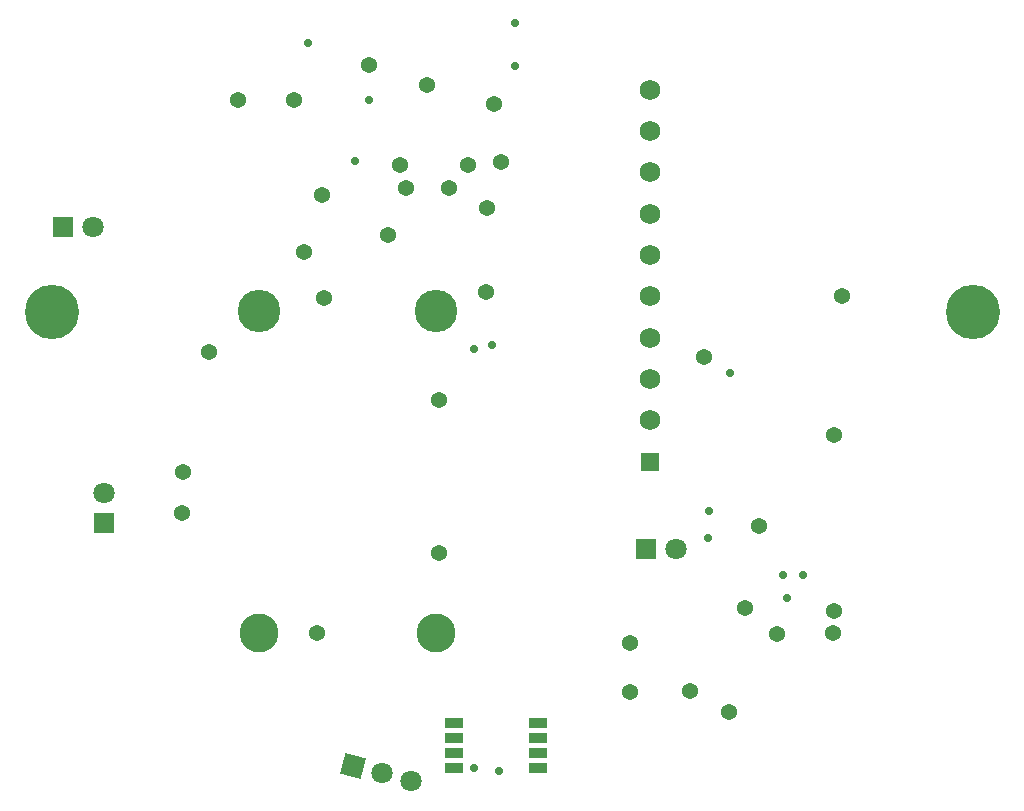
<source format=gts>
G04*
G04 #@! TF.GenerationSoftware,Altium Limited,Altium Designer,21.4.1 (30)*
G04*
G04 Layer_Color=8388736*
%FSLAX25Y25*%
%MOIN*%
G70*
G04*
G04 #@! TF.SameCoordinates,7338878B-8FB9-4C21-9998-F4A3E03E6E83*
G04*
G04*
G04 #@! TF.FilePolarity,Negative*
G04*
G01*
G75*
%ADD13R,0.06306X0.03392*%
%ADD14C,0.18117*%
%ADD15C,0.14173*%
%ADD16C,0.12992*%
%ADD17C,0.07093*%
%ADD18R,0.07093X0.07093*%
%ADD19R,0.05912X0.05912*%
%ADD20C,0.06896*%
%ADD21P,0.10031X4X390.0*%
%ADD22R,0.07093X0.07093*%
%ADD23C,0.05400*%
%ADD24C,0.02800*%
D13*
X8706Y-137100D02*
D03*
Y-142100D02*
D03*
Y-147100D02*
D03*
Y-152100D02*
D03*
X-19443D02*
D03*
Y-147100D02*
D03*
Y-142100D02*
D03*
Y-137100D02*
D03*
D14*
X-153543Y0D02*
D03*
X153543D02*
D03*
D15*
X-25548Y118D02*
D03*
X-84564D02*
D03*
D16*
X-25548Y-106890D02*
D03*
X-84564D02*
D03*
D17*
X-139900Y28200D02*
D03*
X-43359Y-153812D02*
D03*
X-33700Y-156400D02*
D03*
X54500Y-78900D02*
D03*
X-136100Y-60500D02*
D03*
D18*
X-149900Y28200D02*
D03*
X44500Y-78900D02*
D03*
D19*
X46000Y-50000D02*
D03*
D20*
Y-36220D02*
D03*
Y-22441D02*
D03*
Y-8661D02*
D03*
Y5118D02*
D03*
Y18898D02*
D03*
Y32677D02*
D03*
Y46457D02*
D03*
Y60236D02*
D03*
Y74016D02*
D03*
D21*
X-53018Y-151224D02*
D03*
D22*
X-136100Y-70500D02*
D03*
D23*
X64000Y-14900D02*
D03*
X110000Y5400D02*
D03*
X-65200Y-107200D02*
D03*
X-24300Y-80400D02*
D03*
Y-29400D02*
D03*
X-8400Y34500D02*
D03*
X-3600Y50100D02*
D03*
X-8800Y6600D02*
D03*
X-47900Y82200D02*
D03*
X-69500Y19800D02*
D03*
X-72650Y70600D02*
D03*
X-62600Y4500D02*
D03*
X-37300Y49000D02*
D03*
X-35500Y41300D02*
D03*
X-110000Y-67000D02*
D03*
X-109600Y-53400D02*
D03*
X-101100Y-13300D02*
D03*
X-63350Y38900D02*
D03*
X59300Y-126500D02*
D03*
X82300Y-71300D02*
D03*
X107100Y-41100D02*
D03*
X-21200Y41400D02*
D03*
X-14800Y49100D02*
D03*
X-6000Y69400D02*
D03*
X-28500Y75600D02*
D03*
X-91500Y70600D02*
D03*
X-41341Y25559D02*
D03*
X106800Y-107200D02*
D03*
X107100Y-99600D02*
D03*
X77700Y-98600D02*
D03*
X39400Y-126800D02*
D03*
Y-110300D02*
D03*
X72200Y-133500D02*
D03*
X88200Y-107300D02*
D03*
D24*
X72500Y-20500D02*
D03*
X-12800Y-151900D02*
D03*
X-12700Y-12300D02*
D03*
X-6900Y-11000D02*
D03*
X-47700Y70500D02*
D03*
X-52400Y50200D02*
D03*
X-68000Y89600D02*
D03*
X65300Y-75500D02*
D03*
X65600Y-66300D02*
D03*
X1000Y96200D02*
D03*
X900Y81800D02*
D03*
X90400Y-87700D02*
D03*
X97000D02*
D03*
X91600Y-95400D02*
D03*
X-4500Y-153200D02*
D03*
M02*

</source>
